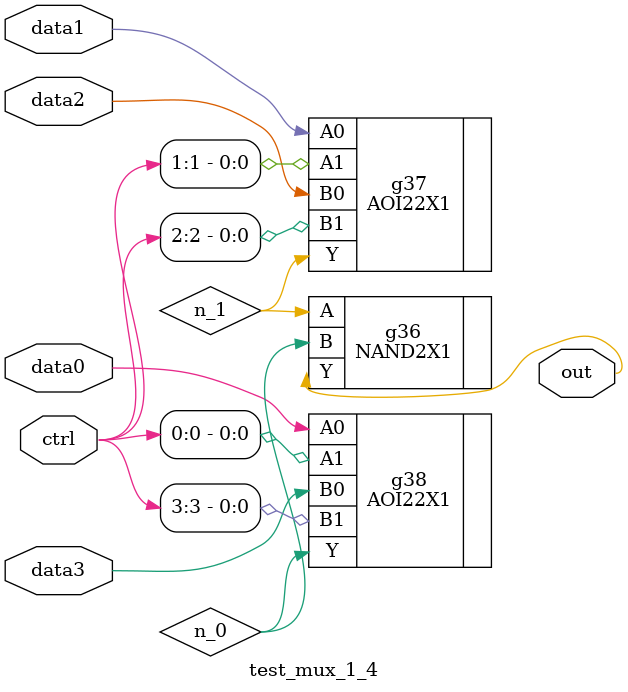
<source format=v>


module test_mux_1_4(data0, data1, data2, data3, ctrl, out);
  input [0:0] data0, data1, data2, data3;
  input [3:0] ctrl;
  output [0:0] out;
  wire [0:0] data0, data1, data2, data3;
  wire [3:0] ctrl;
  wire [0:0] out;
  wire n_0, n_1;
  NAND2X1 g36(.A (n_1), .B (n_0), .Y (out));
  AOI22X1 g37(.A0 (data1), .A1 (ctrl[1]), .B0 (data2), .B1 (ctrl[2]),
       .Y (n_1));
  AOI22X1 g38(.A0 (data0), .A1 (ctrl[0]), .B0 (data3), .B1 (ctrl[3]),
       .Y (n_0));
endmodule


</source>
